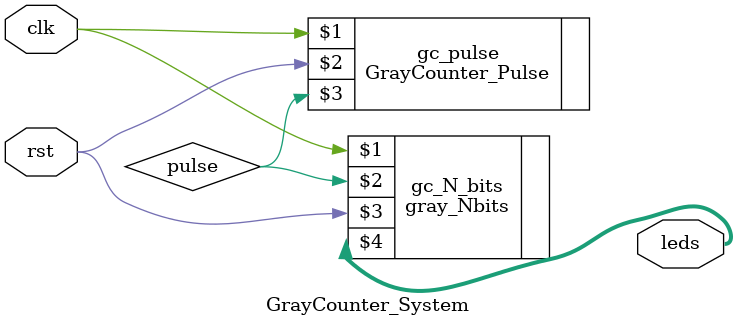
<source format=v>
`timescale 1ns / 1ps


module GrayCounter_System(clk, rst, leds);
	parameter N = 4;
	parameter distance = 10;
	input clk, rst;
	output [N-1:0] leds;
	wire pulse;
		
	// Instantiation of the GrayCounter_Pulse
	GrayCounter_Pulse	gc_pulse (clk, rst, pulse);
	 
	// Instantiation of the gray_Nbits
	gray_Nbits gc_N_bits (clk, pulse, rst, leds);

endmodule

</source>
